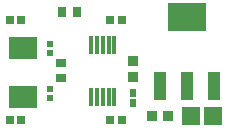
<source format=gbr>
%TF.GenerationSoftware,Altium Limited,Altium Designer,19.1.7 (138)*%
G04 Layer_Color=128*
%FSLAX26Y26*%
%MOIN*%
%TF.FileFunction,Paste,Bot*%
%TF.Part,Single*%
G01*
G75*
%TA.AperFunction,SMDPad,CuDef*%
%ADD14R,0.024409X0.025984*%
%ADD24R,0.027559X0.033465*%
%ADD25R,0.029921X0.028346*%
%ADD26R,0.033465X0.027559*%
%ADD27R,0.020472X0.022047*%
%ADD28R,0.037402X0.033465*%
%ADD29R,0.033465X0.037402*%
%ADD30R,0.061024X0.061024*%
%ADD31R,0.013000X0.059000*%
%ADD32R,0.094488X0.074803*%
%TA.AperFunction,ConnectorPad*%
%ADD33R,0.039370X0.094488*%
%ADD34R,0.129921X0.094488*%
D14*
X1555000Y1147323D02*
D03*
Y1112677D02*
D03*
D24*
X1320000Y1415394D02*
D03*
X1369213D02*
D03*
D25*
X1519291Y1390000D02*
D03*
X1480709D02*
D03*
X1184291D02*
D03*
X1145709D02*
D03*
X1480709Y1055000D02*
D03*
X1519291D02*
D03*
X1145709D02*
D03*
X1184291D02*
D03*
D26*
X1315000Y1244606D02*
D03*
Y1195394D02*
D03*
D27*
X1280000Y1129646D02*
D03*
Y1160354D02*
D03*
Y1310354D02*
D03*
Y1279646D02*
D03*
D28*
X1555000Y1198425D02*
D03*
Y1251575D02*
D03*
D29*
X1618425Y1070000D02*
D03*
X1671575D02*
D03*
D30*
X1821417D02*
D03*
X1748583D02*
D03*
D31*
X1494000Y1134000D02*
D03*
X1475000D02*
D03*
X1455000D02*
D03*
X1435000D02*
D03*
X1416000D02*
D03*
Y1306000D02*
D03*
X1435000D02*
D03*
X1455000D02*
D03*
X1475000D02*
D03*
X1494000D02*
D03*
D32*
X1190000Y1134291D02*
D03*
Y1295709D02*
D03*
D33*
X1825551Y1170000D02*
D03*
X1735000D02*
D03*
X1644449D02*
D03*
D34*
X1735000Y1398347D02*
D03*
%TF.MD5,e286373843cd965a2fbd81c524dd9f5b*%
M02*

</source>
